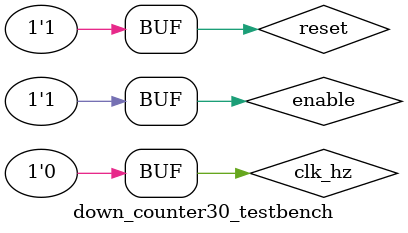
<source format=v>

module down_counter30_testbench(

    );
    
    reg clk_hz, reset, enable;
    wire [5:0] count30_out;
    wire count30_enable;
    
    down_counter30 DC30(.clk_hz(clk_hz), .reset(reset), .enable(enable), .count30_out(count30_out), .count30_enable(count30_enable));
    
    initial begin
    clk_hz = 1'b0;
    reset = 1'b1;
    enable = 1'b0;
    end
    
    always begin
    #1 clk_hz = 1'b1;
    #1 clk_hz = 1'b0;
    end
    
    always begin 
    #30 enable = 1'b1;
    end
endmodule
</source>
